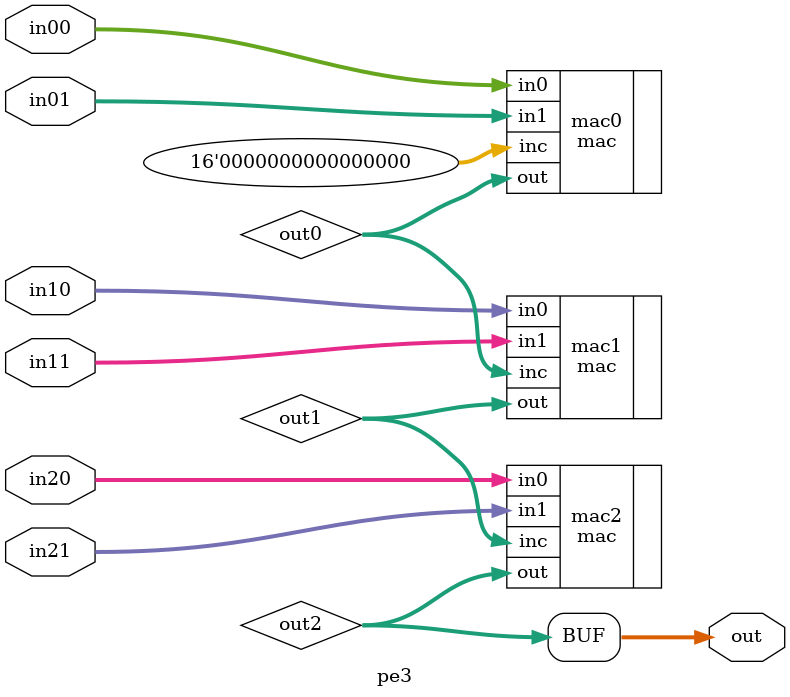
<source format=v>

module pe3 #(parameter M_WIDTH=8, A_WIDTH=16, O_WIDTH=18)
        (input  [M_WIDTH-1:0] in00,
         input  [M_WIDTH-1:0] in01,
         input  [M_WIDTH-1:0] in10,
         input  [M_WIDTH-1:0] in11,
         input  [M_WIDTH-1:0] in20,
         input  [M_WIDTH-1:0] in21,
         output [O_WIDTH-1:0] out);

wire [M_WIDTH * 2 -1 : 0]        out0;
wire [M_WIDTH * 2 : 0]        out1;
wire [M_WIDTH * 2 + 1 : 0]        out2;

assign out = out2;

mac #(.M_WIDTH(M_WIDTH),
      .A_WIDTH(A_WIDTH),
      .O_WIDTH(A_WIDTH))
    mac0(.in0(in00),
         .in1(in01),
         .inc(16'h0000),
         .out(out0));

mac #(.M_WIDTH(M_WIDTH),
      .A_WIDTH(A_WIDTH),
      .O_WIDTH(A_WIDTH+1))
    mac1(.in0(in10),
         .in1(in11),
         .inc(out0),
         .out(out1));

mac #(.M_WIDTH(M_WIDTH),
      .A_WIDTH(A_WIDTH+1),
      .O_WIDTH(O_WIDTH))
    mac2(.in0(in20),
         .in1(in21),
         .inc(out1),
         .out(out2));

endmodule
</source>
